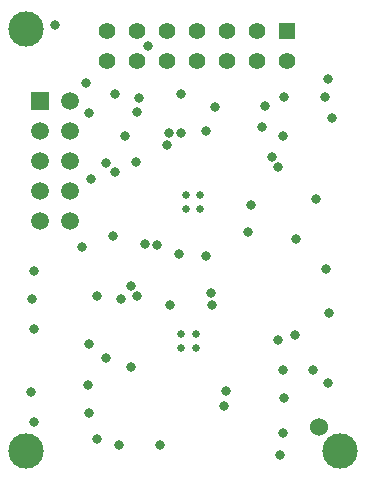
<source format=gbs>
%FSLAX25Y25*%
%MOIN*%
G70*
G01*
G75*
G04 Layer_Color=16711935*
%ADD10R,0.17716X0.17716*%
%ADD11O,0.02559X0.00984*%
%ADD12O,0.00984X0.02559*%
%ADD13R,0.08661X0.08661*%
%ADD14O,0.03150X0.01496*%
%ADD15O,0.01496X0.03150*%
%ADD16R,0.05315X0.03740*%
%ADD17R,0.11811X0.00039*%
%ADD18R,0.01575X0.01575*%
%ADD19R,0.03937X0.14961*%
%ADD20R,0.14961X0.03937*%
%ADD21R,0.17913X0.03937*%
%ADD22R,0.03937X0.17913*%
%ADD23R,0.03937X0.03543*%
%ADD24R,0.03150X0.03543*%
%ADD25R,0.01969X0.02362*%
%ADD26R,0.02362X0.01969*%
%ADD27C,0.03937*%
%ADD28C,0.01969*%
%ADD29C,0.01000*%
%ADD30C,0.03937*%
%ADD31C,0.00787*%
%ADD32C,0.01181*%
G04:AMPARAMS|DCode=33|XSize=18.11mil|YSize=66.44mil|CornerRadius=0mil|HoleSize=0mil|Usage=FLASHONLY|Rotation=214.500|XOffset=0mil|YOffset=0mil|HoleType=Round|Shape=Rectangle|*
%AMROTATEDRECTD33*
4,1,4,-0.01135,0.03251,0.02628,-0.02225,0.01135,-0.03251,-0.02628,0.02225,-0.01135,0.03251,0.0*
%
%ADD33ROTATEDRECTD33*%

%ADD34R,0.01811X0.07992*%
%ADD35R,0.12598X0.05079*%
%ADD36R,0.12598X0.04764*%
%ADD37R,0.08583X0.15590*%
%ADD38R,1.00709X0.04764*%
%ADD39R,0.36142X0.03937*%
%ADD40R,0.19193X0.05079*%
%ADD41R,0.04724X0.03150*%
%ADD42R,0.03937X0.02913*%
%ADD43R,0.35500X0.02000*%
%ADD44C,0.05906*%
%ADD45R,0.05906X0.05906*%
%ADD46R,0.05512X0.05512*%
%ADD47C,0.05512*%
%ADD48C,0.06000*%
%ADD49C,0.02598*%
%ADD50C,0.03150*%
%ADD51C,0.00984*%
%ADD52C,0.11811*%
D44*
X290500Y350500D02*
D03*
X280500D02*
D03*
X290500Y360500D02*
D03*
X280500D02*
D03*
X290500Y370500D02*
D03*
X280500D02*
D03*
X290500Y380500D02*
D03*
X280500D02*
D03*
X290500Y390500D02*
D03*
D45*
X280500D02*
D03*
D46*
X363000Y414000D02*
D03*
D47*
X353000D02*
D03*
X343000D02*
D03*
X333000D02*
D03*
X323000D02*
D03*
X313000D02*
D03*
X303000D02*
D03*
X363000Y404000D02*
D03*
X353000D02*
D03*
X343000D02*
D03*
X333000D02*
D03*
X323000D02*
D03*
X313000D02*
D03*
X303000D02*
D03*
D48*
X373500Y282000D02*
D03*
D49*
X329138Y354638D02*
D03*
Y359362D02*
D03*
X333862Y354638D02*
D03*
Y359362D02*
D03*
X327638Y308138D02*
D03*
Y312862D02*
D03*
X332362Y308138D02*
D03*
Y312862D02*
D03*
D50*
X285500Y416000D02*
D03*
X277500Y293500D02*
D03*
X311000Y329000D02*
D03*
X296000Y396500D02*
D03*
X376500Y398000D02*
D03*
X378000Y385000D02*
D03*
X377000Y320000D02*
D03*
X376000Y334500D02*
D03*
X278500Y334000D02*
D03*
X278000Y324500D02*
D03*
X278500Y314500D02*
D03*
Y283500D02*
D03*
X320500Y276000D02*
D03*
X376500Y296500D02*
D03*
X371500Y301000D02*
D03*
X361500Y280000D02*
D03*
X362000Y291500D02*
D03*
X361500Y301000D02*
D03*
X307000Y276000D02*
D03*
X299500Y278000D02*
D03*
X297000Y286500D02*
D03*
X296500Y296000D02*
D03*
X297000Y309500D02*
D03*
X350000Y347000D02*
D03*
X342531Y293969D02*
D03*
X311000Y302000D02*
D03*
X351000Y356000D02*
D03*
X375500Y392000D02*
D03*
X362000D02*
D03*
X360000Y368500D02*
D03*
X305000Y345500D02*
D03*
X297500Y364500D02*
D03*
X302500Y370000D02*
D03*
X372500Y358000D02*
D03*
X365500Y312500D02*
D03*
X361500Y379000D02*
D03*
X299500Y325500D02*
D03*
X336000Y339000D02*
D03*
X319500Y342500D02*
D03*
X327000Y339500D02*
D03*
X294500Y342000D02*
D03*
X297000Y386500D02*
D03*
X313000Y387000D02*
D03*
X307500Y324500D02*
D03*
X323000Y376000D02*
D03*
X327500Y380000D02*
D03*
X323500D02*
D03*
X312500Y370397D02*
D03*
X339000Y388500D02*
D03*
X309000Y379000D02*
D03*
X305500Y367000D02*
D03*
Y393000D02*
D03*
X327500D02*
D03*
X336000Y380500D02*
D03*
X354500Y382000D02*
D03*
X358000Y372000D02*
D03*
X313500Y391500D02*
D03*
X355500Y389000D02*
D03*
X360000Y311000D02*
D03*
X337500Y326500D02*
D03*
X302500Y305000D02*
D03*
X313000Y325500D02*
D03*
X324000Y322500D02*
D03*
X338000D02*
D03*
X342000Y289000D02*
D03*
X315500Y343000D02*
D03*
X366000Y344500D02*
D03*
X360500Y272500D02*
D03*
X316500Y409000D02*
D03*
D52*
X380500Y274000D02*
D03*
X276000D02*
D03*
Y414500D02*
D03*
M02*

</source>
